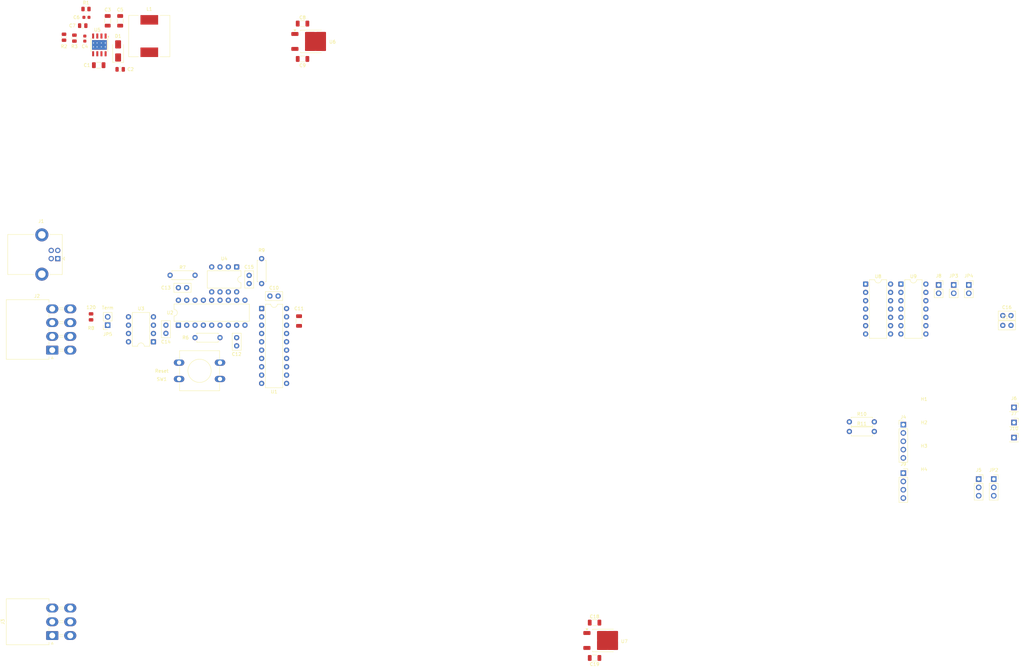
<source format=kicad_pcb>
(kicad_pcb (version 20241229) (generator "pcbnew") (generator_version "9.0")
  (title_block (title "CAN Gauge Interface") (date "2025-09-27") (rev "0.1") (company "Sam Anthony"))
  (layers (0 "F.Cu" signal) (4 "In1.Cu" signal) (6 "In2.Cu" signal) (2 "B.Cu" power) (13 "F.Paste" user) (15 "B.Paste" user) (5 "F.SilkS" user "F.Silkscreen") (7 "B.SilkS" user "B.Silkscreen") (1 "F.Mask" user) (3 "B.Mask" user) (25 "Edge.Cuts" user))
  (net 0 "")
  (net 1 "GND")
  (net 2 "+12V")
  (net 3 "Net-(U5-BOOT)")
  (net 4 "+7V")
  (net 5 "Net-(C7-Pad2)")
  (net 6 "+5V")
  (net 7 "Net-(U1-Vusb3v3)")
  (net 8 "/~{MCLR}")
  (net 9 "+5VA")
  (net 10 "/USB_D+")
  (net 11 "/USB_D-")
  (net 12 "VBUS")
  (net 15 "/CAN_L")
  (net 16 "/Speed")
  (net 17 "/Tach")
  (net 18 "/CAN_H")
  (net 19 "/AN4")
  (net 20 "/AN2")
  (net 21 "/AN3")
  (net 22 "/AN1")
  (net 23 "/ICSP_CLK")
  (net 24 "/ICSP_DAT")
  (net 25 "/SCK")
  (net 26 "/MOSI")
  (net 27 "/MISO")
  (net 28 "/CAN_~{CS}")
  (net 29 "/ROM_~{CS}")
  (net 30 "/DAC2_~{CS}")
  (net 31 "/DAC1_~{CS}")
  (net 32 "/INT{slash}ICSP_CLK")
  (net 33 "/INT")
  (net 34 "Net-(JP5-B)")
  (net 37 "/CLK")
  (net 40 "/CAN_RX")
  (net 41 "/CAN_TX")
  (net 54 "/PH")
  (net 55 "/sense")
  (footprint "Connector_PinSocket_2.54mm:PinSocket_1x01_P2.54mm_Vertical" (layer "F.Cu") (at 356.7 187.2)
    (property "Reference" "J7" (at 0 -2.77 0) (layer "F.SilkS"))
    (property "Value" "ROM ~{CS}")
    (pad "1" thru_hole rect (at 0 0) (size 1.7 1.7) (drill 1) (layers "*.Cu" "*.Mask") (net 29 "/ROM_~{CS}"))
  )
  (footprint "Capacitor_SMD:C_1206_3216Metric" (layer "F.Cu") (at 139.495 76.2)
    (property "Reference" "C9" (at 0 1.984 0) (layer "F.SilkS"))
    (property "Value" "10u" (hide yes))
    (pad "1" smd roundrect (at -1.475 0) (size 1.15 1.8) (layers "F.Cu" "F.Mask" "F.Paste") (roundrect_rratio 0.217391) (net 6 "+5V"))
    (pad "2" smd roundrect (at 1.475 0) (size 1.15 1.8) (layers "F.Cu" "F.Mask" "F.Paste") (roundrect_rratio 0.217391) (net 1 "GND"))
  )
  (footprint "Capacitor_SMD:C_0805_2012Metric" (layer "F.Cu") (at 72.39 66.04 180)
    (property "Reference" "C7" (at 3.175 0 0) (layer "F.SilkS"))
    (property "Value" "47n" (hide yes))
    (pad "1" smd roundrect (at -0.95 0 180) (size 1 1.45) (layers "F.Cu" "F.Mask" "F.Paste") (net 55 "/sense"))
    (pad "2" smd roundrect (at 0.95 0 180) (size 1 1.45) (layers "F.Cu" "F.Mask" "F.Paste") (net 5 "Net-(C7-Pad2)"))
  )
  (footprint "Connector_PinSocket_2.54mm:PinSocket_1x04_P2.54mm_Vertical" (layer "F.Cu") (at 322.92 202.65)
    (property "Reference" "J9" (at 0 -2.77 0) (layer "F.SilkS"))
    (property "Value" "Conn_01x04_Socket")
    (pad "1" thru_hole rect (at 0 0) (size 1.7 1.7) (drill 1) (layers "*.Cu" "*.Mask") (net 2 "+12V"))
    (pad "2" thru_hole oval (at 0 2.54) (size 1.7 1.7) (drill 1) (layers "*.Cu" "*.Mask") (net 4 "+7V"))
    (pad "3" thru_hole oval (at 0 5.08) (size 1.7 1.7) (drill 1) (layers "*.Cu" "*.Mask") (net 6 "+5V"))
    (pad "4" thru_hole oval (at 0 7.62) (size 1.7 1.7) (drill 1) (layers "*.Cu" "*.Mask") (net 1 "GND"))
  )
  (footprint "MountingHole:MountingHole_3.2mm_M3_DIN965" (layer "F.Cu") (at 329.24 183.85)
    (property "Reference" "H1" (at 0 -3.8 0) (layer "F.SilkS"))
    (property "Value" "MountingHole")
    (pad "" np_thru_hole circle (at 0 0) (size 3.2 3.2) (drill 3.2) (layers "*.Cu" "*.Mask"))
  )
  (footprint "Capacitor_SMD:C_1206_3216Metric" (layer "F.Cu") (at 228.649 259.08)
    (property "Reference" "C19" (at 0 1.905 0) (layer "F.SilkS"))
    (property "Value" "10u" (hide yes))
    (pad "1" smd roundrect (at -1.475 0) (size 1.15 1.8) (layers "F.Cu" "F.Mask" "F.Paste") (roundrect_rratio 0.217391) (net 9 "+5VA"))
    (pad "2" smd roundrect (at 1.475 0) (size 1.15 1.8) (layers "F.Cu" "F.Mask" "F.Paste") (roundrect_rratio 0.217391) (net 1 "GND"))
  )
  (footprint "Resistor_THT:R_Axial_DIN0207_L6.3mm_D2.5mm_P7.62mm_Horizontal" (layer "F.Cu") (at 306.44 186.99)
    (property "Reference" "R10" (at 3.81 -2.37 0) (layer "F.SilkS"))
    (property "Value" "10k")
    (pad "1" thru_hole circle (at 0 0) (size 1.6 1.6) (drill 0.8) (layers "*.Cu" "*.Mask") (net 9 "+5VA"))
    (pad "2" thru_hole oval (at 7.62 0) (size 1.6 1.6) (drill 0.8) (layers "*.Cu" "*.Mask") (net 31 "/DAC1_~{CS}"))
  )
  (footprint "Capacitor_SMD:C_1206_3216Metric" (layer "F.Cu") (at 228.649 248.285)
    (property "Reference" "C18" (at 0 -1.85 0) (layer "F.SilkS"))
    (property "Value" "10u" (hide yes))
    (pad "1" smd roundrect (at -1.475 0) (size 1.15 1.8) (layers "F.Cu" "F.Mask" "F.Paste") (roundrect_rratio 0.217391) (net 4 "+7V"))
    (pad "2" smd roundrect (at 1.475 0) (size 1.15 1.8) (layers "F.Cu" "F.Mask" "F.Paste") (roundrect_rratio 0.217391) (net 1 "GND"))
  )
  (footprint "Package_TO_SOT_SMD:TO-252-2" (layer "F.Cu") (at 142.2 70.86)
    (property "Reference" "U6" (at 6.443 0.128 0) (layer "F.SilkS"))
    (property "Value" "L78M05AB" (hide yes))
    (pad "1" smd roundrect (at -5.04 -2.28) (size 2.2 1.2) (layers "F.Cu" "F.Mask" "F.Paste") (roundrect_rratio 0.208333) (net 4 "+7V"))
    (pad "2" smd roundrect (at -0.415 -1.525) (size 3.05 2.75) (layers "F.Cu" "F.Paste") (roundrect_rratio 0.090909) (net 1 "GND"))
    (pad "2" smd roundrect (at -0.415 1.525) (size 3.05 2.75) (layers "F.Cu" "F.Paste") (roundrect_rratio 0.090909) (net 1 "GND"))
    (pad "2" smd roundrect (at 1.26 0) (size 6.4 5.8) (layers "F.Cu" "F.Mask") (roundrect_rratio 0.043103) (net 1 "GND"))
    (pad "2" smd roundrect (at 2.935 -1.525) (size 3.05 2.75) (layers "F.Cu" "F.Paste") (roundrect_rratio 0.090909) (net 1 "GND"))
    (pad "2" smd roundrect (at 2.935 1.525) (size 3.05 2.75) (layers "F.Cu" "F.Paste") (roundrect_rratio 0.090909) (net 1 "GND"))
    (pad "3" smd roundrect (at -5.04 2.28) (size 2.2 1.2) (layers "F.Cu" "F.Mask" "F.Paste") (roundrect_rratio 0.208333) (net 6 "+5V"))
  )
  (footprint "Capacitor_THT:C_Disc_D5.0mm_W2.5mm_P2.50mm" (layer "F.Cu") (at 353.28 154.54)
    (property "Reference" "C16" (at 1.25 -2.5 0) (layer "F.SilkS"))
    (property "Value" "100n")
    (pad "1" thru_hole circle (at 0 0) (size 1.6 1.6) (drill 0.8) (layers "*.Cu" "*.Mask") (net 9 "+5VA"))
    (pad "2" thru_hole circle (at 2.5 0) (size 1.6 1.6) (drill 0.8) (layers "*.Cu" "*.Mask") (net 1 "GND"))
  )
  (footprint "MountingHole:MountingHole_3.2mm_M3_DIN965" (layer "F.Cu") (at 329.24 191)
    (property "Reference" "H2" (at 0 -3.8 0) (layer "F.SilkS"))
    (property "Value" "MountingHole")
    (pad "" np_thru_hole circle (at 0 0) (size 3.2 3.2) (drill 3.2) (layers "*.Cu" "*.Mask"))
  )
  (footprint "Capacitor_SMD:C_0603_1608Metric" (layer "F.Cu") (at 73.025 69.99 -90)
    (property "Reference" "C4" (at 2.4 0 180) (layer "F.SilkS"))
    (property "Value" "220p" (hide yes))
    (pad "1" smd roundrect (at -0.775 0 270) (size 0.9 0.95) (layers "F.Cu" "F.Mask" "F.Paste") (net 55 "/sense"))
    (pad "2" smd roundrect (at 0.775 0 270) (size 0.9 0.95) (layers "F.Cu" "F.Mask" "F.Paste") (net 1 "GND"))
  )
  (footprint "Connector_Molex:Molex_Mini-Fit_Jr_5569-06A2_2x03_P4.20mm_Horizontal" (layer "F.Cu") (at 63.08 252.24 90)
    (property "Reference" "J3" (at 4.2 -15.1 90) (layer "F.SilkS"))
    (property "Value" "Analog")
    (pad "" np_thru_hole circle (at 0 -7.3 90) (size 3 3) (drill 3) (layers "*.Cu" "*.Mask"))
    (pad "" np_thru_hole circle (at 8.4 -7.3 90) (size 3 3) (drill 3) (layers "*.Cu" "*.Mask"))
    (pad "1" thru_hole roundrect (at 0 0 90) (size 2.7 3.7) (drill 1.8) (layers "*.Cu" "*.Mask") (roundrect_rratio 0.092593) (net 22 "/AN1"))
    (pad "2" thru_hole oval (at 4.2 0 90) (size 2.7 3.7) (drill 1.8) (layers "*.Cu" "*.Mask") (net 1 "GND"))
    (pad "3" thru_hole oval (at 8.4 0 90) (size 2.7 3.7) (drill 1.8) (layers "*.Cu" "*.Mask") (net 19 "/AN4"))
    (pad "4" thru_hole oval (at 0 5.5 90) (size 2.7 3.7) (drill 1.8) (layers "*.Cu" "*.Mask") (net 20 "/AN2"))
    (pad "5" thru_hole oval (at 4.2 5.5 90) (size 2.7 3.7) (drill 1.8) (layers "*.Cu" "*.Mask") (net 1 "GND"))
    (pad "6" thru_hole oval (at 8.4 5.5 90) (size 2.7 3.7) (drill 1.8) (layers "*.Cu" "*.Mask") (net 21 "/AN3"))
  )
  (footprint "Resistor_SMD:R_0805_2012Metric" (layer "F.Cu") (at 73.3825 60.96)
    (property "Reference" "R1" (at 0 -1.905 0) (layer "F.SilkS"))
    (property "Value" "10k" (hide yes))
    (pad "1" smd roundrect (at -0.9125 0) (size 1.025 1.4) (layers "F.Cu" "F.Mask" "F.Paste") (roundrect_rratio 0.243902) (net 55 "/sense"))
    (pad "2" smd roundrect (at 0.9125 0) (size 1.025 1.4) (layers "F.Cu" "F.Mask" "F.Paste") (roundrect_rratio 0.243902) (net 4 "+7V"))
  )
  (footprint "Connector_USB:USB_B_Lumberg_2411_02_Horizontal" (layer "F.Cu") (at 64.77 137.16 180)
    (property "Reference" "J1" (at 5.08 11.43 180) (layer "F.SilkS"))
    (property "Value" "USB_B" (hide yes))
    (pad "1" thru_hole rect (at 0 0 270) (size 1.6 1.6) (drill 0.95) (layers "*.Cu" "*.Mask") (net 12 "VBUS"))
    (pad "2" thru_hole circle (at 0 2.5 270) (size 1.6 1.6) (drill 0.95) (layers "*.Cu" "*.Mask") (net 11 "/USB_D-"))
    (pad "3" thru_hole circle (at 2 2.5 270) (size 1.6 1.6) (drill 0.95) (layers "*.Cu" "*.Mask") (net 10 "/USB_D+"))
    (pad "4" thru_hole circle (at 2 0 270) (size 1.6 1.6) (drill 0.95) (layers "*.Cu" "*.Mask") (net 1 "GND"))
    (pad "5" thru_hole circle (at 4.86 -4.75 270) (size 4 4) (drill 2.3) (layers "*.Cu" "*.Mask"))
    (pad "5" thru_hole circle (at 4.86 7.25 270) (size 4 4) (drill 2.3) (layers "*.Cu" "*.Mask"))
  )
  (footprint "Connector_PinSocket_2.54mm:PinSocket_1x02_P2.54mm_Vertical" (layer "F.Cu") (at 80.01 157.48 180)
    (property "Reference" "JP5" (at 0 -2.77 0) (layer "F.SilkS"))
    (property "Value" "Term" (at 0 5.31 0) (layer "F.SilkS"))
    (pad "1" thru_hole rect (at 0 0 180) (size 1.7 1.7) (drill 1) (layers "*.Cu" "*.Mask") (net 15 "/CAN_L"))
    (pad "2" thru_hole oval (at 0 2.54 180) (size 1.7 1.7) (drill 1) (layers "*.Cu" "*.Mask") (net 34 "Net-(JP5-B)"))
  )
  (footprint "Capacitor_SMD:C_0603_1608Metric" (layer "F.Cu") (at 73.52 63.5)
    (property "Reference" "C6" (at -3.035 0 0) (layer "F.SilkS"))
    (property "Value" "3300p" (hide yes))
    (pad "1" smd roundrect (at -0.775 0) (size 0.9 0.95) (layers "F.Cu" "F.Mask" "F.Paste") (net 55 "/sense"))
    (pad "2" smd roundrect (at 0.775 0) (size 0.9 0.95) (layers "F.Cu" "F.Mask" "F.Paste") (net 4 "+7V"))
  )
  (footprint "Inductor_SMD:L_12x12mm_H8mm" (layer "F.Cu") (at 92.71 69.215 90)
    (property "Reference" "L1" (at 8.255 0 180) (layer "F.SilkS"))
    (property "Value" "150u" (hide yes))
    (pad "1" smd rect (at -4.95 0 90) (size 2.9 5.4) (layers "F.Cu" "F.Mask" "F.Paste") (net 54 "/PH"))
    (pad "2" smd rect (at 4.95 0 90) (size 2.9 5.4) (layers "F.Cu" "F.Mask" "F.Paste") (net 4 "+7V"))
  )
  (footprint "MountingHole:MountingHole_3.2mm_M3_DIN965" (layer "F.Cu") (at 329.24 205.3)
    (property "Reference" "H4" (at 0 -3.8 0) (layer "F.SilkS"))
    (property "Value" "MountingHole")
    (pad "" np_thru_hole circle (at 0 0) (size 3.2 3.2) (drill 3.2) (layers "*.Cu" "*.Mask"))
  )
  (footprint "Resistor_SMD:R_0805_2012Metric" (layer "F.Cu") (at 66.675 69.5725 -90)
    (property "Reference" "R2" (at 2.8175 0 180) (layer "F.SilkS"))
    (property "Value" "3k24" (hide yes))
    (pad "1" smd roundrect (at -0.9125 0 270) (size 1.025 1.4) (layers "F.Cu" "F.Mask" "F.Paste") (roundrect_rratio 0.243902) (net 55 "/sense"))
    (pad "2" smd roundrect (at 0.9125 0 270) (size 1.025 1.4) (layers "F.Cu" "F.Mask" "F.Paste") (roundrect_rratio 0.243902) (net 1 "GND"))
  )
  (footprint "Resistor_THT:R_Axial_DIN0207_L6.3mm_D2.5mm_P7.62mm_Horizontal" (layer "F.Cu") (at 106.68 161.29)
    (property "Reference" "R6" (at -2.8975 0 0) (layer "F.SilkS"))
    (property "Value" "10k" (hide yes))
    (pad "1" thru_hole circle (at 0 0) (size 1.6 1.6) (drill 0.8) (layers "*.Cu" "*.Mask") (net 6 "+5V"))
    (pad "2" thru_hole oval (at 7.62 0) (size 1.6 1.6) (drill 0.8) (layers "*.Cu" "*.Mask") (net 8 "/~{MCLR}"))
  )
  (footprint "Connector_PinSocket_2.54mm:PinSocket_1x02_P2.54mm_Vertical" (layer "F.Cu") (at 333.7 145.2)
    (property "Reference" "J8" (at 0 -2.77 0) (layer "F.SilkS"))
    (property "Value" "DAC ~{CS}")
    (pad "1" thru_hole rect (at 0 0) (size 1.7 1.7) (drill 1) (layers "*.Cu" "*.Mask") (net 31 "/DAC1_~{CS}"))
    (pad "2" thru_hole oval (at 0 2.54) (size 1.7 1.7) (drill 1) (layers "*.Cu" "*.Mask") (net 30 "/DAC2_~{CS}"))
  )
  (footprint "Button_Switch_THT:SW_PUSH-12mm" (layer "F.Cu") (at 114.3 173.91 180)
    (property "Reference" "SW1" (at 17.78 -0.08 0) (layer "F.SilkS"))
    (property "Value" "Reset" (at 17.78 2.46 0) (layer "F.SilkS"))
    (pad "1" thru_hole oval (at 0 0 180) (size 3.2 1.9) (drill 1.3) (layers "*.Cu" "*.Mask") (net 1 "GND"))
    (pad "1" thru_hole oval (at 12.5 0 180) (size 3.2 1.9) (drill 1.3) (layers "*.Cu" "*.Mask") (net 1 "GND"))
    (pad "2" thru_hole oval (at 0 5 180) (size 3.2 1.9) (drill 1.3) (layers "*.Cu" "*.Mask") (net 8 "/~{MCLR}"))
    (pad "2" thru_hole oval (at 12.5 5 180) (size 3.2 1.9) (drill 1.3) (layers "*.Cu" "*.Mask") (net 8 "/~{MCLR}"))
  )
  (footprint "Capacitor_SMD:C_1206_3216Metric" (layer "F.Cu") (at 80.01 64.565 -90)
    (property "Reference" "C3" (at -3.38 0 0) (layer "F.SilkS"))
    (property "Value" "22u" (hide yes))
    (pad "1" smd roundrect (at -1.475 0 270) (size 1.15 1.8) (layers "F.Cu" "F.Mask" "F.Paste") (roundrect_rratio 0.217391) (net 4 "+7V"))
    (pad "2" smd roundrect (at 1.475 0 270) (size 1.15 1.8) (layers "F.Cu" "F.Mask" "F.Paste") (roundrect_rratio 0.217391) (net 1 "GND"))
  )
  (footprint "Connector_PinSocket_2.54mm:PinSocket_1x01_P2.54mm_Vertical" (layer "F.Cu") (at 356.7 182.6)
    (property "Reference" "J6" (at 0 -2.77 0) (layer "F.SilkS"))
    (property "Value" "CAN ~{CS}")
    (pad "1" thru_hole rect (at 0 0) (size 1.7 1.7) (drill 1) (layers "*.Cu" "*.Mask") (net 28 "/CAN_~{CS}"))
  )
  (footprint "Resistor_THT:R_Axial_DIN0207_L6.3mm_D2.5mm_P7.62mm_Horizontal" (layer "F.Cu") (at 127 144.78 90)
    (property "Reference" "R9" (at 10.16 0 180) (layer "F.SilkS"))
    (property "Value" "10k" (hide yes))
    (pad "1" thru_hole circle (at 0 0 90) (size 1.6 1.6) (drill 0.8) (layers "*.Cu" "*.Mask") (net 6 "+5V"))
    (pad "2" thru_hole oval (at 7.62 0 90) (size 1.6 1.6) (drill 0.8) (layers "*.Cu" "*.Mask") (net 29 "/ROM_~{CS}"))
  )
  (footprint "Connector_PinSocket_2.54mm:PinSocket_1x03_P2.54mm_Vertical" (layer "F.Cu") (at 350.52 204.47)
    (property "Reference" "JP2" (at 0 -2.77 0) (layer "F.SilkS"))
    (property "Value" "Prog")
    (pad "1" thru_hole rect (at 0 0) (size 1.7 1.7) (drill 1) (layers "*.Cu" "*.Mask") (net 33 "/INT"))
    (pad "2" thru_hole oval (at 0 2.54) (size 1.7 1.7) (drill 1) (layers "*.Cu" "*.Mask") (net 32 "/INT{slash}ICSP_CLK"))
    (pad "3" thru_hole oval (at 0 5.08) (size 1.7 1.7) (drill 1) (layers "*.Cu" "*.Mask") (net 23 "/ICSP_CLK"))
  )
  (footprint "Package_DIP:DIP-14_W7.62mm" (layer "F.Cu") (at 311.4 144.93)
    (property "Reference" "U8" (at 3.81 -2.33 0) (layer "F.SilkS"))
    (property "Value" "MCP4912")
    (pad "1" thru_hole roundrect (at 0 0) (size 1.6 1.6) (drill 0.8) (layers "*.Cu" "*.Mask") (roundrect_rratio 0.15625) (net 9 "+5VA"))
    (pad "2" thru_hole circle (at 0 2.54) (size 1.6 1.6) (drill 0.8) (layers "*.Cu" "*.Mask"))
    (pad "3" thru_hole circle (at 0 5.08) (size 1.6 1.6) (drill 0.8) (layers "*.Cu" "*.Mask") (net 31 "/DAC1_~{CS}"))
    (pad "4" thru_hole circle (at 0 7.62) (size 1.6 1.6) (drill 0.8) (layers "*.Cu" "*.Mask") (net 25 "/SCK"))
    (pad "5" thru_hole circle (at 0 10.16) (size 1.6 1.6) (drill 0.8) (layers "*.Cu" "*.Mask") (net 26 "/MOSI"))
    (pad "6" thru_hole circle (at 0 12.7) (size 1.6 1.6) (drill 0.8) (layers "*.Cu" "*.Mask"))
    (pad "7" thru_hole circle (at 0 15.24) (size 1.6 1.6) (drill 0.8) (layers "*.Cu" "*.Mask"))
    (pad "8" thru_hole circle (at 7.62 15.24) (size 1.6 1.6) (drill 0.8) (layers "*.Cu" "*.Mask") (net 1 "GND"))
    (pad "9" thru_hole circle (at 7.62 12.7) (size 1.6 1.6) (drill 0.8) (layers "*.Cu" "*.Mask") (net 9 "+5VA"))
    (pad "10" thru_hole circle (at 7.62 10.16) (size 1.6 1.6) (drill 0.8) (layers "*.Cu" "*.Mask") (net 20 "/AN2"))
    (pad "11" thru_hole circle (at 7.62 7.62) (size 1.6 1.6) (drill 0.8) (layers "*.Cu" "*.Mask") (net 9 "+5VA"))
    (pad "12" thru_hole circle (at 7.62 5.08) (size 1.6 1.6) (drill 0.8) (layers "*.Cu" "*.Mask") (net 1 "GND"))
    (pad "13" thru_hole circle (at 7.62 2.54) (size 1.6 1.6) (drill 0.8) (layers "*.Cu" "*.Mask") (net 9 "+5VA"))
    (pad "14" thru_hole circle (at 7.62 0) (size 1.6 1.6) (drill 0.8) (layers "*.Cu" "*.Mask") (net 22 "/AN1"))
  )
  (footprint "Diode_SMD:D_SMA" (layer "F.Cu") (at 83.185 73.755 90)
    (property "Reference" "D1" (at 4.54 0 180) (layer "F.SilkS"))
    (property "Value" "SS34" (hide yes))
    (pad "1" smd roundrect (at -2 0 90) (size 2.5 1.8) (layers "F.Cu" "F.Mask" "F.Paste") (roundrect_rratio 0.1388888889) (net 54 "/PH"))
    (pad "2" smd roundrect (at 2 0 90) (size 2.5 1.8) (layers "F.Cu" "F.Mask" "F.Paste") (roundrect_rratio 0.1388888889) (net 1 "GND"))
  )
  (footprint "Connector_Molex:Molex_Mini-Fit_Jr_5569-08A2_2x04_P4.20mm_Horizontal" (layer "F.Cu") (at 63.08 165.1 90)
    (property "Reference" "J2" (at 16.51 -4.66 180) (layer "F.SilkS"))
    (property "Value" "Conn_02x04_Top_Bottom" (hide yes))
    (pad "" np_thru_hole circle (at 0 -7.3 90) (size 3 3) (drill 3) (layers "*.Cu" "*.Mask"))
    (pad "" np_thru_hole circle (at 12.6 -7.3 90) (size 3 3) (drill 3) (layers "*.Cu" "*.Mask"))
    (pad "1" thru_hole roundrect (at 0 0 90) (size 2.7 3.7) (drill 1.8) (layers "*.Cu" "*.Mask") (roundrect_rratio 0.092593) (net 17 "/Tach"))
    (pad "2" thru_hole oval (at 4.2 0 90) (size 2.7 3.7) (drill 1.8) (layers "*.Cu" "*.Mask") (net 1 "GND"))
    (pad "3" thru_hole oval (at 8.4 0 90) (size 2.7 3.7) (drill 1.8) (layers "*.Cu" "*.Mask") (net 1 "GND"))
    (pad "4" thru_hole oval (at 12.6 0 90) (size 2.7 3.7) (drill 1.8) (layers "*.Cu" "*.Mask") (net 2 "+12V"))
    (pad "5" thru_hole oval (at 0 5.5 90) (size 2.7 3.7) (drill 1.8) (layers "*.Cu" "*.Mask") (net 16 "/Speed"))
    (pad "6" thru_hole oval (at 4.2 5.5 90) (size 2.7 3.7) (drill 1.8) (layers "*.Cu" "*.Mask") (net 18 "/CAN_H"))
    (pad "7" thru_hole oval (at 8.4 5.5 90) (size 2.7 3.7) (drill 1.8) (layers "*.Cu" "*.Mask") (net 15 "/CAN_L"))
    (pad "8" thru_hole oval (at 12.6 5.5 90) (size 2.7 3.7) (drill 1.8) (layers "*.Cu" "*.Mask") (net 1 "GND"))
  )
  (footprint "Resistor_SMD:R_0805_2012Metric" (layer "F.Cu") (at 69.85 69.85 -90)
    (property "Reference" "R3" (at 2.54 0 0) (layer "F.SilkS"))
    (property "Value" "2k7" (hide yes))
    (pad "1" smd roundrect (at -0.9125 0 270) (size 1.025 1.4) (layers "F.Cu" "F.Mask" "F.Paste") (roundrect_rratio 0.243902) (net 5 "Net-(C7-Pad2)"))
    (pad "2" smd roundrect (at 0.9125 0 270) (size 1.025 1.4) (layers "F.Cu" "F.Mask" "F.Paste") (roundrect_rratio 0.243902) (net 1 "GND"))
  )
  (footprint "Package_DIP:DIP-8_W7.62mm" (layer "F.Cu") (at 93.98 162.56 180)
    (property "Reference" "U3" (at 3.805 10.16 0) (layer "F.SilkS"))
    (property "Value" "MCP2561-E-P" (hide yes))
    (pad "1" thru_hole roundrect (at 0 0 180) (size 1.6 1.6) (drill 0.8) (layers "*.Cu" "*.Mask") (roundrect_rratio 0.15625) (net 41 "/CAN_TX"))
    (pad "2" thru_hole circle (at 0 2.54 180) (size 1.6 1.6) (drill 0.8) (layers "*.Cu" "*.Mask") (net 1 "GND"))
    (pad "3" thru_hole circle (at 0 5.08 180) (size 1.6 1.6) (drill 0.8) (layers "*.Cu" "*.Mask") (net 6 "+5V"))
    (pad "4" thru_hole circle (at 0 7.62 180) (size 1.6 1.6) (drill 0.8) (layers "*.Cu" "*.Mask") (net 40 "/CAN_RX"))
    (pad "5" thru_hole circle (at 7.62 7.62 180) (size 1.6 1.6) (drill 0.8) (layers "*.Cu" "*.Mask"))
    (pad "6" thru_hole circle (at 7.62 5.08 180) (size 1.6 1.6) (drill 0.8) (layers "*.Cu" "*.Mask") (net 15 "/CAN_L"))
    (pad "7" thru_hole circle (at 7.62 2.54 180) (size 1.6 1.6) (drill 0.8) (layers "*.Cu" "*.Mask") (net 18 "/CAN_H"))
    (pad "8" thru_hole circle (at 7.62 0 180) (size 1.6 1.6) (drill 0.8) (layers "*.Cu" "*.Mask") (net 1 "GND"))
  )
  (footprint "Resistor_THT:R_Axial_DIN0207_L6.3mm_D2.5mm_P7.62mm_Horizontal" (layer "F.Cu") (at 99.06 142.24)
    (property "Reference" "R7" (at 3.81 -2.37 0) (layer "F.SilkS"))
    (property "Value" "10k")
    (pad "1" thru_hole circle (at 0 0) (size 1.6 1.6) (drill 0.8) (layers "*.Cu" "*.Mask") (net 6 "+5V"))
    (pad "2" thru_hole oval (at 7.62 0) (size 1.6 1.6) (drill 0.8) (layers "*.Cu" "*.Mask") (net 28 "/CAN_~{CS}"))
  )
  (footprint "Capacitor_SMD:C_1206_3216Metric" (layer "F.Cu") (at 83.82 64.565 -90)
    (property "Reference" "C5" (at -3.38 0 0) (layer "F.SilkS"))
    (property "Value" "22u" (hide yes))
    (pad "1" smd roundrect (at -1.475 0 270) (size 1.15 1.8) (layers "F.Cu" "F.Mask" "F.Paste") (roundrect_rratio 0.217391) (net 4 "+7V"))
    (pad "2" smd roundrect (at 1.475 0 270) (size 1.15 1.8) (layers "F.Cu" "F.Mask" "F.Paste") (roundrect_rratio 0.217391) (net 1 "GND"))
  )
  (footprint "Connector_PinHeader_2.54mm:PinHeader_1x05_P2.54mm_Vertical" (layer "F.Cu") (at 322.92 187.85)
    (property "Reference" "J4" (at 0 -2.33 0) (layer "F.SilkS"))
    (property "Value" "ICSP")
    (pad "1" thru_hole rect (at 0 0) (size 1.7 1.7) (drill 1) (layers "*.Cu" "*.Mask") (net 8 "/~{MCLR}"))
    (pad "2" thru_hole oval (at 0 2.54) (size 1.7 1.7) (drill 1) (layers "*.Cu" "*.Mask") (net 6 "+5V"))
    (pad "3" thru_hole oval (at 0 5.08) (size 1.7 1.7) (drill 1) (layers "*.Cu" "*.Mask") (net 1 "GND"))
    (pad "4" thru_hole oval (at 0 7.62) (size 1.7 1.7) (drill 1) (layers "*.Cu" "*.Mask") (net 24 "/ICSP_DAT"))
    (pad "5" thru_hole oval (at 0 10.16) (size 1.7 1.7) (drill 1) (layers "*.Cu" "*.Mask") (net 23 "/ICSP_CLK"))
  )
  (footprint "Capacitor_THT:C_Disc_D5.0mm_W2.5mm_P2.50mm" (layer "F.Cu") (at 97.79 159.98 90)
    (property "Reference" "C14" (at -2.58 0 180) (layer "F.SilkS"))
    (property "Value" "100n" (hide yes))
    (pad "1" thru_hole circle (at 0 0 90) (size 1.6 1.6) (drill 0.8) (layers "*.Cu" "*.Mask") (net 1 "GND"))
    (pad "2" thru_hole circle (at 2.5 0 90) (size 1.6 1.6) (drill 0.8) (layers "*.Cu" "*.Mask") (net 6 "+5V"))
  )
  (footprint "Connector_PinSocket_2.54mm:PinSocket_1x03_P2.54mm_Vertical" (layer "F.Cu") (at 345.92 204.47)
    (property "Reference" "J5" (at 0 -2.77 0) (layer "F.SilkS"))
    (property "Value" "SPI Debug")
    (pad "1" thru_hole rect (at 0 0) (size 1.7 1.7) (drill 1) (layers "*.Cu" "*.Mask") (net 26 "/MOSI"))
    (pad "2" thru_hole oval (at 0 2.54) (size 1.7 1.7) (drill 1) (layers "*.Cu" "*.Mask") (net 25 "/SCK"))
    (pad "3" thru_hole oval (at 0 5.08) (size 1.7 1.7) (drill 1) (layers "*.Cu" "*.Mask") (net 27 "/MISO"))
  )
  (footprint "Connector_PinSocket_2.54mm:PinSocket_1x02_P2.54mm_Vertical" (layer "F.Cu") (at 342.9 145.2)
    (property "Reference" "JP4" (at 0 -2.77 0) (layer "F.SilkS"))
    (property "Value" "USB_PWR")
    (pad "1" thru_hole rect (at 0 0) (size 1.7 1.7) (drill 1) (layers "*.Cu" "*.Mask") (net 12 "VBUS"))
    (pad "2" thru_hole oval (at 0 2.54) (size 1.7 1.7) (drill 1) (layers "*.Cu" "*.Mask") (net 9 "+5VA"))
  )
  (footprint "Capacitor_SMD:C_1206_3216Metric" (layer "F.Cu") (at 139.495 65.405)
    (property "Reference" "C8" (at 0 -1.85 0) (layer "F.SilkS"))
    (property "Value" "10u" (hide yes))
    (pad "1" smd roundrect (at -1.475 0) (size 1.15 1.8) (layers "F.Cu" "F.Mask" "F.Paste") (roundrect_rratio 0.217391) (net 4 "+7V"))
    (pad "2" smd roundrect (at 1.475 0) (size 1.15 1.8) (layers "F.Cu" "F.Mask" "F.Paste") (roundrect_rratio 0.217391) (net 1 "GND"))
  )
  (footprint "Connector_PinSocket_2.54mm:PinSocket_1x01_P2.54mm_Vertical" (layer "F.Cu") (at 356.7 191.8)
    (property "Reference" "J10" (at 0 -2.77 0) (layer "F.SilkS"))
    (property "Value" "+5VA")
    (pad "1" thru_hole rect (at 0 0) (size 1.7 1.7) (drill 1) (layers "*.Cu" "*.Mask") (net 9 "+5VA"))
  )
  (footprint "Package_DIP:DIP-20_W7.62mm" (layer "F.Cu") (at 127 152.4)
    (property "Reference" "U1" (at 3.81 25.4 0) (layer "F.SilkS"))
    (property "Value" "PIC16F1459-IP" (hide yes))
    (pad "1" thru_hole roundrect (at 0 0) (size 1.6 1.6) (drill 0.8) (layers "*.Cu" "*.Mask") (roundrect_rratio 0.15625) (net 6 "+5V"))
    (pad "2" thru_hole circle (at 0 2.54) (size 1.6 1.6) (drill 0.8) (layers "*.Cu" "*.Mask") (net 28 "/CAN_~{CS}"))
    (pad "3" thru_hole circle (at 0 5.08) (size 1.6 1.6) (drill 0.8) (layers "*.Cu" "*.Mask") (net 37 "/CLK"))
    (pad "4" thru_hole circle (at 0 7.62) (size 1.6 1.6) (drill 0.8) (layers "*.Cu" "*.Mask") (net 8 "/~{MCLR}"))
    (pad "5" thru_hole circle (at 0 10.16) (size 1.6 1.6) (drill 0.8) (layers "*.Cu" "*.Mask"))
    (pad "6" thru_hole circle (at 0 12.7) (size 1.6 1.6) (drill 0.8) (layers "*.Cu" "*.Mask"))
    (pad "7" thru_hole circle (at 0 15.24) (size 1.6 1.6) (drill 0.8) (layers "*.Cu" "*.Mask"))
    (pad "8" thru_hole circle (at 0 17.78) (size 1.6 1.6) (drill 0.8) (layers "*.Cu" "*.Mask"))
    (pad "9" thru_hole circle (at 0 20.32) (size 1.6 1.6) (drill 0.8) (layers "*.Cu" "*.Mask") (net 26 "/MOSI"))
    (pad "10" thru_hole circle (at 0 22.86) (size 1.6 1.6) (drill 0.8) (layers "*.Cu" "*.Mask"))
    (pad "11" thru_hole circle (at 7.62 22.86) (size 1.6 1.6) (drill 0.8) (layers "*.Cu" "*.Mask") (net 25 "/SCK"))
    (pad "12" thru_hole circle (at 7.62 20.32) (size 1.6 1.6) (drill 0.8) (layers "*.Cu" "*.Mask"))
    (pad "13" thru_hole circle (at 7.62 17.78) (size 1.6 1.6) (drill 0.8) (layers "*.Cu" "*.Mask") (net 27 "/MISO"))
    (pad "14" thru_hole circle (at 7.62 15.24) (size 1.6 1.6) (drill 0.8) (layers "*.Cu" "*.Mask"))
    (pad "15" thru_hole circle (at 7.62 12.7) (size 1.6 1.6) (drill 0.8) (layers "*.Cu" "*.Mask") (net 32 "/INT{slash}ICSP_CLK"))
    (pad "16" thru_hole circle (at 7.62 10.16) (size 1.6 1.6) (drill 0.8) (layers "*.Cu" "*.Mask") (net 24 "/ICSP_DAT"))
    (pad "17" thru_hole circle (at 7.62 7.62) (size 1.6 1.6) (drill 0.8) (layers "*.Cu" "*.Mask") (net 7 "Net-(U1-Vusb3v3)"))
    (pad "18" thru_hole circle (at 7.62 5.08) (size 1.6 1.6) (drill 0.8) (layers "*.Cu" "*.Mask") (net 11 "/USB_D-"))
    (pad "19" thru_hole circle (at 7.62 2.54) (size 1.6 1.6) (drill 0.8) (layers "*.Cu" "*.Mask") (net 10 "/USB_D+"))
    (pad "20" thru_hole circle (at 7.62 0) (size 1.6 1.6) (drill 0.8) (layers "*.Cu" "*.Mask") (net 1 "GND"))
  )
  (footprint "Capacitor_SMD:C_0805_2012Metric" (layer "F.Cu") (at 83.82 79.375)
    (property "Reference" "C2" (at 3.175 0 180) (layer "F.SilkS"))
    (property "Value" "10n" (hide yes))
    (pad "1" smd roundrect (at -0.95 0) (size 1 1.45) (layers "F.Cu" "F.Mask" "F.Paste") (net 3 "Net-(U5-BOOT)"))
    (pad "2" smd roundrect (at 0.95 0) (size 1 1.45) (layers "F.Cu" "F.Mask" "F.Paste") (net 54 "/PH"))
  )
  (footprint "Package_SO:TI_SO-PowerPAD-8_ThermalVias" (layer "F.Cu") (at 77.47 71.915 -90)
    (property "Reference" "U5" (at -4.605 0.635 180) (layer "F.SilkS"))
    (property "Value" "TPS5430DDA" (hide yes))
    (pad "1" smd rect (at -2.7 -1.905 270) (size 1.55 0.6) (layers "F.Cu" "F.Mask" "F.Paste") (net 3 "Net-(U5-BOOT)"))
    (pad "2" smd rect (at -2.7 -0.635 270) (size 1.55 0.6) (layers "F.Cu" "F.Mask" "F.Paste"))
    (pad "3" smd rect (at -2.7 0.635 270) (size 1.55 0.6) (layers "F.Cu" "F.Mask" "F.Paste"))
    (pad "4" smd rect (at -2.7 1.905 270) (size 1.55 0.6) (layers "F.Cu" "F.Mask" "F.Paste") (net 55 "/sense"))
    (pad "5" smd rect (at 2.7 1.905 270) (size 1.55 0.6) (layers "F.Cu" "F.Mask" "F.Paste"))
    (pad "6" smd rect (at 2.7 0.635 270) (size 1.55 0.6) (layers "F.Cu" "F.Mask" "F.Paste") (net 1 "GND"))
    (pad "7" smd rect (at 2.7 -0.635 270) (size 1.55 0.6) (layers "F.Cu" "F.Mask" "F.Paste") (net 2 "+12V"))
    (pad "8" smd rect (at 2.7 -1.905 270) (size 1.55 0.6) (layers "F.Cu" "F.Mask" "F.Paste") (net 54 "/PH"))
    (pad "9" thru_hole circle (at -0.6 -1.8 270) (size 0.6 0.6) (drill 0.3) (layers "*.Cu") (net 1 "GND"))
    (pad "9" thru_hole circle (at -0.6 -0.6 270) (size 0.6 0.6) (drill 0.3) (layers "*.Cu") (net 1 "GND"))
    (pad "9" thru_hole circle (at -0.6 0.7 270) (size 0.6 0.6) (drill 0.3) (layers "*.Cu") (net 1 "GND"))
    (pad "9" thru_hole circle (at -0.6 1.8 270) (size 0.6 0.6) (drill 0.3) (layers "*.Cu") (net 1 "GND"))
    (pad "9" smd rect (at 0 0 270) (size 2.6 3.1) (layers "F.Cu" "F.Mask" "F.Paste") (net 1 "GND"))
    (pad "9" smd rect (at 0 0 270) (size 2.95 4.5) (layers "F.Cu") (net 1 "GND"))
    (pad "9" smd rect (at 0 0 270) (size 2.95 4.5) (layers "B.Cu") (net 1 "GND"))
    (pad "9" thru_hole circle (at 0.6 -1.8 270) (size 0.6 0.6) (drill 0.3) (layers "*.Cu") (net 1 "GND"))
    (pad "9" thru_hole circle (at 0.6 -0.6 270) (size 0.6 0.6) (drill 0.3) (layers "*.Cu") (net 1 "GND"))
    (pad "9" thru_hole circle (at 0.6 0.7 270) (size 0.6 0.6) (drill 0.3) (layers "*.Cu") (net 1 "GND"))
    (pad "9" thru_hole circle (at 0.6 1.8 270) (size 0.6 0.6) (drill 0.3) (layers "*.Cu") (net 1 "GND"))
  )
  (footprint "Capacitor_THT:C_Disc_D5.0mm_W2.5mm_P2.50mm" (layer "F.Cu") (at 119.38 161.29 -90)
    (property "Reference" "C12" (at 5.04 0 0) (layer "F.SilkS"))
    (property "Value" "100n" (hide yes))
    (pad "1" thru_hole circle (at 0 0 270) (size 1.6 1.6) (drill 0.8) (layers "*.Cu" "*.Mask") (net 8 "/~{MCLR}"))
    (pad "2" thru_hole circle (at 2.5 0 270) (size 1.6 1.6) (drill 0.8) (layers "*.Cu" "*.Mask") (net 1 "GND"))
  )
  (footprint "Capacitor_THT:C_Disc_D5.0mm_W2.5mm_P2.50mm" (layer "F.Cu") (at 353.28 157.55)
    (property "Reference" "C17" (at 1.25 -2.5 0) (layer "F.SilkS"))
    (property "Value" "100n")
    (pad "1" thru_hole circle (at 0 0) (size 1.6 1.6) (drill 0.8) (layers "*.Cu" "*.Mask") (net 9 "+5VA"))
    (pad "2" thru_hole circle (at 2.5 0) (size 1.6 1.6) (drill 0.8) (layers "*.Cu" "*.Mask") (net 1 "GND"))
  )
  (footprint "Resistor_SMD:R_0805_2012Metric" (layer "F.Cu") (at 74.93 154.94 90)
    (property "Reference" "R8" (at -3.4525 0 180) (layer "F.SilkS"))
    (property "Value" "120" (at 2.8975 0 180) (layer "F.SilkS"))
    (pad "1" smd roundrect (at -0.9125 0 90) (size 1.025 1.4) (layers "F.Cu" "F.Mask" "F.Paste") (roundrect_rratio 0.243902) (net 34 "Net-(JP5-B)"))
    (pad "2" smd roundrect (at 0.9125 0 90) (size 1.025 1.4) (layers "F.Cu" "F.Mask" "F.Paste") (roundrect_rratio 0.243902) (net 18 "/CAN_H"))
  )
  (footprint "Capacitor_THT:C_Disc_D5.0mm_W2.5mm_P2.50mm" (layer "F.Cu") (at 129.54 148.59)
    (property "Reference" "C10" (at 1.25 -2.5 0) (layer "F.SilkS"))
    (property "Value" "100n" (hide yes))
    (pad "1" thru_hole circle (at 0 0) (size 1.6 1.6) (drill 0.8) (layers "*.Cu" "*.Mask") (net 6 "+5V"))
    (pad "2" thru_hole circle (at 2.5 0) (size 1.6 1.6) (drill 0.8) (layers "*.Cu" "*.Mask") (net 1 "GND"))
  )
  (footprint "MountingHole:MountingHole_3.2mm_M3_DIN965" (layer "F.Cu") (at 329.24 198.15)
    (property "Reference" "H3" (at 0 -3.8 0) (layer "F.SilkS"))
    (property "Value" "MountingHole")
    (pad "" np_thru_hole circle (at 0 0) (size 3.2 3.2) (drill 3.2) (layers "*.Cu" "*.Mask"))
  )
  (footprint "Capacitor_THT:C_Disc_D5.0mm_W2.5mm_P2.50mm" (layer "F.Cu") (at 104.1 146.05 180)
    (property "Reference" "C13" (at 6.31 0 180) (layer "F.SilkS"))
    (property "Value" "100n" (hide yes))
    (pad "1" thru_hole circle (at 0 0 180) (size 1.6 1.6) (drill 0.8) (layers "*.Cu" "*.Mask") (net 1 "GND"))
    (pad "2" thru_hole circle (at 2.5 0 180) (size 1.6 1.6) (drill 0.8) (layers "*.Cu" "*.Mask") (net 6 "+5V"))
  )
  (footprint "Resistor_THT:R_Axial_DIN0207_L6.3mm_D2.5mm_P7.62mm_Horizontal" (layer "F.Cu") (at 306.44 189.94)
    (property "Reference" "R11" (at 3.81 -2.37 0) (layer "F.SilkS"))
    (property "Value" "10k")
    (pad "1" thru_hole circle (at 0 0) (size 1.6 1.6) (drill 0.8) (layers "*.Cu" "*.Mask") (net 9 "+5VA"))
    (pad "2" thru_hole oval (at 7.62 0) (size 1.6 1.6) (drill 0.8) (layers "*.Cu" "*.Mask") (net 30 "/DAC2_~{CS}"))
  )
  (footprint "Connector_PinSocket_2.54mm:PinSocket_1x02_P2.54mm_Vertical" (layer "F.Cu") (at 338.3 145.2)
    (property "Reference" "JP3" (at 0 -2.77 0) (layer "F.SilkS"))
    (property "Value" "USB_PWR")
    (pad "1" thru_hole rect (at 0 0) (size 1.7 1.7) (drill 1) (layers "*.Cu" "*.Mask") (net 12 "VBUS"))
    (pad "2" thru_hole oval (at 0 2.54) (size 1.7 1.7) (drill 1) (layers "*.Cu" "*.Mask") (net 6 "+5V"))
  )
  (footprint "Package_DIP:DIP-18_W7.62mm" (layer "F.Cu") (at 101.6 157.48 90)
    (property "Reference" "U2" (at 3.81 -2.54 180) (layer "F.SilkS"))
    (property "Value" "MCP2515-I/P" (hide yes))
    (pad "1" thru_hole roundrect (at 0 0 90) (size 1.6 1.6) (drill 0.8) (layers "*.Cu" "*.Mask") (roundrect_rratio 0.15625) (net 41 "/CAN_TX"))
    (pad "2" thru_hole circle (at 0 2.54 90) (size 1.6 1.6) (drill 0.8) (layers "*.Cu" "*.Mask") (net 40 "/CAN_RX"))
    (pad "3" thru_hole circle (at 0 5.08 90) (size 1.6 1.6) (drill 0.8) (layers "*.Cu" "*.Mask"))
    (pad "4" thru_hole circle (at 0 7.62 90) (size 1.6 1.6) (drill 0.8) (layers "*.Cu" "*.Mask") (net 6 "+5V"))
    (pad "5" thru_hole circle (at 0 10.16 90) (size 1.6 1.6) (drill 0.8) (layers "*.Cu" "*.Mask") (net 6 "+5V"))
    (pad "6" thru_hole circle (at 0 12.7 90) (size 1.6 1.6) (drill 0.8) (layers "*.Cu" "*.Mask") (net 6 "+5V"))
    (pad "7" thru_hole circle (at 0 15.24 90) (size 1.6 1.6) (drill 0.8) (layers "*.Cu" "*.Mask"))
    (pad "8" thru_hole circle (at 0 17.78 90) (size 1.6 1.6) (drill 0.8) (layers "*.Cu" "*.Mask") (net 37 "/CLK"))
    (pad "9" thru_hole circle (at 0 20.32 90) (size 1.6 1.6) (drill 0.8) (layers "*.Cu" "*.Mask") (net 1 "GND"))
    (pad "10" thru_hole circle (at 7.62 20.32 90) (size 1.6 1.6) (drill 0.8) (layers "*.Cu" "*.Mask"))
    (pad "11" thru_hole circle (at 7.62 17.78 90) (size 1.6 1.6) (drill 0.8) (layers "*.Cu" "*.Mask"))
    (pad "12" thru_hole circle (at 7.62 15.24 90) (size 1.6 1.6) (drill 0.8) (layers "*.Cu" "*.Mask") (net 33 "/INT"))
    (pad "13" thru_hole circle (at 7.62 12.7 90) (size 1.6 1.6) (drill 0.8) (layers "*.Cu" "*.Mask") (net 25 "/SCK"))
    (pad "14" thru_hole circle (at 7.62 10.16 90) (size 1.6 1.6) (drill 0.8) (layers "*.Cu" "*.Mask") (net 26 "/MOSI"))
    (pad "15" thru_hole circle (at 7.62 7.62 90) (size 1.6 1.6) (drill 0.8) (layers "*.Cu" "*.Mask") (net 27 "/MISO"))
    (pad "16" thru_hole circle (at 7.62 5.08 90) (size 1.6 1.6) (drill 0.8) (layers "*.Cu" "*.Mask") (net 28 "/CAN_~{CS}"))
    (pad "17" thru_hole circle (at 7.62 2.54 90) (size 1.6 1.6) (drill 0.8) (layers "*.Cu" "*.Mask") (net 6 "+5V"))
    (pad "18" thru_hole circle (at 7.62 0 90) (size 1.6 1.6) (drill 0.8) (layers "*.Cu" "*.Mask") (net 6 "+5V"))
  )
  (footprint "Capacitor_SMD:C_1206_3216Metric" (layer "F.Cu") (at 138.43 156.21 90)
    (property "Reference" "C11" (at 3.81 0 180) (layer "F.SilkS"))
    (property "Value" "1u" (hide yes))
    (pad "1" smd roundrect (at -1.475 0 90) (size 1.15 1.8) (layers "F.Cu" "F.Mask" "F.Paste") (roundrect_rratio 0.217391) (net 7 "Net-(U1-Vusb3v3)"))
    (pad "2" smd roundrect (at 1.475 0 90) (size 1.15 1.8) (layers "F.Cu" "F.Mask" "F.Paste") (roundrect_rratio 0.217391) (net 1 "GND"))
  )
  (footprint "Package_DIP:DIP-8_W7.62mm" (layer "F.Cu") (at 119.38 139.7 -90)
    (property "Reference" "U4" (at -2.54 3.81 180) (layer "F.SilkS"))
    (property "Value" "25LC160C" (hide yes))
    (pad "1" thru_hole roundrect (at 0 0 270) (size 1.6 1.6) (drill 0.8) (layers "*.Cu" "*.Mask") (roundrect_rratio 0.15625) (net 29 "/ROM_~{CS}"))
    (pad "2" thru_hole circle (at 0 2.54 270) (size 1.6 1.6) (drill 0.8) (layers "*.Cu" "*.Mask") (net 27 "/MISO"))
    (pad "3" thru_hole circle (at 0 5.08 270) (size 1.6 1.6) (drill 0.8) (layers "*.Cu" "*.Mask") (net 6 "+5V"))
    (pad "4" thru_hole circle (at 0 7.62 270) (size 1.6 1.6) (drill 0.8) (layers "*.Cu" "*.Mask") (net 1 "GND"))
    (pad "5" thru_hole circle (at 7.62 7.62 270) (size 1.6 1.6) (drill 0.8) (layers "*.Cu" "*.Mask") (net 26 "/MOSI"))
    (pad "6" thru_hole circle (at 7.62 5.08 270) (size 1.6 1.6) (drill 0.8) (layers "*.Cu" "*.Mask") (net 25 "/SCK"))
    (pad "7" thru_hole circle (at 7.62 2.54 270) (size 1.6 1.6) (drill 0.8) (layers "*.Cu" "*.Mask") (net 6 "+5V"))
    (pad "8" thru_hole circle (at 7.62 0 270) (size 1.6 1.6) (drill 0.8) (layers "*.Cu" "*.Mask") (net 6 "+5V"))
  )
  (footprint "Package_TO_SOT_SMD:TO-252-2" (layer "F.Cu") (at 231.354 253.74)
    (property "Reference" "U7" (at 6.39 0.26 0) (layer "F.SilkS"))
    (property "Value" "L78M05AB" (hide yes))
    (pad "1" smd roundrect (at -5.04 -2.28) (size 2.2 1.2) (layers "F.Cu" "F.Mask" "F.Paste") (roundrect_rratio 0.208333) (net 4 "+7V"))
    (pad "2" smd roundrect (at -0.415 -1.525) (size 3.05 2.75) (layers "F.Cu" "F.Paste") (roundrect_rratio 0.090909) (net 1 "GND"))
    (pad "2" smd roundrect (at -0.415 1.525) (size 3.05 2.75) (layers "F.Cu" "F.Paste") (roundrect_rratio 0.090909) (net 1 "GND"))
    (pad "2" smd roundrect (at 1.26 0) (size 6.4 5.8) (layers "F.Cu" "F.Mask") (roundrect_rratio 0.043103) (net 1 "GND"))
    (pad "2" smd roundrect (at 2.935 -1.525) (size 3.05 2.75) (layers "F.Cu" "F.Paste") (roundrect_rratio 0.090909) (net 1 "GND"))
    (pad "2" smd roundrect (at 2.935 1.525) (size 3.05 2.75) (layers "F.Cu" "F.Paste") (roundrect_rratio 0.090909) (net 1 "GND"))
    (pad "3" smd roundrect (at -5.04 2.28) (size 2.2 1.2) (layers "F.Cu" "F.Mask" "F.Paste") (roundrect_rratio 0.208333) (net 9 "+5VA"))
  )
  (footprint "Capacitor_SMD:C_1206_3216Metric" (layer "F.Cu") (at 77.265 78.105 180)
    (property "Reference" "C1" (at 3.605 0 180) (layer "F.SilkS"))
    (property "Value" "22u" (hide yes))
    (pad "1" smd roundrect (at -1.475 0 180) (size 1.15 1.8) (layers "F.Cu" "F.Mask" "F.Paste") (roundrect_rratio 0.217391) (net 2 "+12V"))
    (pad "2" smd roundrect (at 1.475 0 180) (size 1.15 1.8) (layers "F.Cu" "F.Mask" "F.Paste") (roundrect_rratio 0.217391) (net 1 "GND"))
  )
  (footprint "Capacitor_THT:C_Disc_D5.0mm_W2.5mm_P2.50mm" (layer "F.Cu") (at 123.19 142.28 -90)
    (property "Reference" "C15" (at -2.58 0 0) (layer "F.SilkS"))
    (property "Value" "100n" (hide yes))
    (pad "1" thru_hole circle (at 0 0 270) (size 1.6 1.6) (drill 0.8) (layers "*.Cu" "*.Mask") (net 1 "GND"))
    (pad "2" thru_hole circle (at 2.5 0 270) (size 1.6 1.6) (drill 0.8) (layers "*.Cu" "*.Mask") (net 6 "+5V"))
  )
  (footprint "Package_DIP:DIP-14_W7.62mm" (layer "F.Cu") (at 322.18 144.93)
    (property "Reference" "U9" (at 3.81 -2.33 0) (layer "F.SilkS"))
    (property "Value" "MCP4912")
    (pad "1" thru_hole roundrect (at 0 0) (size 1.6 1.6) (drill 0.8) (layers "*.Cu" "*.Mask") (roundrect_rratio 0.15625) (net 9 "+5VA"))
    (pad "2" thru_hole circle (at 0 2.54) (size 1.6 1.6) (drill 0.8) (layers "*.Cu" "*.Mask"))
    (pad "3" thru_hole circle (at 0 5.08) (size 1.6 1.6) (drill 0.8) (layers "*.Cu" "*.Mask") (net 30 "/DAC2_~{CS}"))
    (pad "4" thru_hole circle (at 0 7.62) (size 1.6 1.6) (drill 0.8) (layers "*.Cu" "*.Mask") (net 25 "/SCK"))
    (pad "5" thru_hole circle (at 0 10.16) (size 1.6 1.6) (drill 0.8) (layers "*.Cu" "*.Mask") (net 26 "/MOSI"))
    (pad "6" thru_hole circle (at 0 12.7) (size 1.6 1.6) (drill 0.8) (layers "*.Cu" "*.Mask"))
    (pad "7" thru_hole circle (at 0 15.24) (size 1.6 1.6) (drill 0.8) (layers "*.Cu" "*.Mask"))
    (pad "8" thru_hole circle (at 7.62 15.24) (size 1.6 1.6) (drill 0.8) (layers "*.Cu" "*.Mask") (net 1 "GND"))
    (pad "9" thru_hole circle (at 7.62 12.7) (size 1.6 1.6) (drill 0.8) (layers "*.Cu" "*.Mask") (net 9 "+5VA"))
    (pad "10" thru_hole circle (at 7.62 10.16) (size 1.6 1.6) (drill 0.8) (layers "*.Cu" "*.Mask") (net 19 "/AN4"))
    (pad "11" thru_hole circle (at 7.62 7.62) (size 1.6 1.6) (drill 0.8) (layers "*.Cu" "*.Mask") (net 9 "+5VA"))
    (pad "12" thru_hole circle (at 7.62 5.08) (size 1.6 1.6) (drill 0.8) (layers "*.Cu" "*.Mask") (net 1 "GND"))
    (pad "13" thru_hole circle (at 7.62 2.54) (size 1.6 1.6) (drill 0.8) (layers "*.Cu" "*.Mask") (net 9 "+5VA"))
    (pad "14" thru_hole circle (at 7.62 0) (size 1.6 1.6) (drill 0.8) (layers "*.Cu" "*.Mask") (net 21 "/AN3"))
  )
)
</source>
